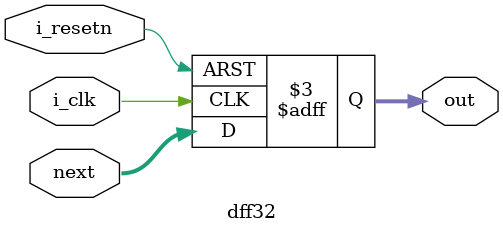
<source format=v>
module dff32(
    input wire i_clk, i_resetn,
    input wire [31:0] next,
    output reg [31:0] out
);
    
    always @(posedge i_clk or negedge i_resetn)
    begin
        if(!i_resetn)
            out <= 0;
        else
            out <= next;
    end
    
endmodule

</source>
